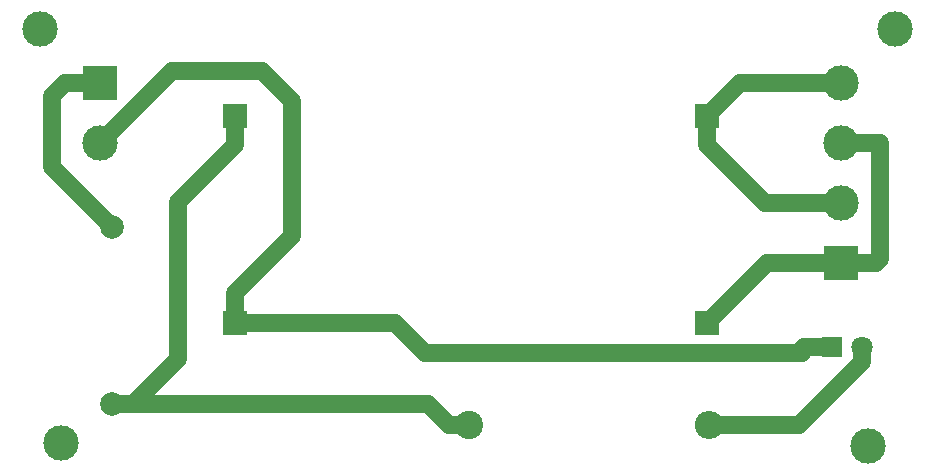
<source format=gbr>
G04 #@! TF.GenerationSoftware,KiCad,Pcbnew,(5.1.2)-2*
G04 #@! TF.CreationDate,2020-09-10T12:30:11+07:00*
G04 #@! TF.ProjectId,power,706f7765-722e-46b6-9963-61645f706362,rev?*
G04 #@! TF.SameCoordinates,Original*
G04 #@! TF.FileFunction,Copper,L2,Bot*
G04 #@! TF.FilePolarity,Positive*
%FSLAX46Y46*%
G04 Gerber Fmt 4.6, Leading zero omitted, Abs format (unit mm)*
G04 Created by KiCad (PCBNEW (5.1.2)-2) date 2020-09-10 12:30:11*
%MOMM*%
%LPD*%
G04 APERTURE LIST*
%ADD10R,1.800000X1.800000*%
%ADD11C,1.800000*%
%ADD12C,2.000000*%
%ADD13R,3.000000X3.000000*%
%ADD14C,3.000000*%
%ADD15R,2.000000X2.000000*%
%ADD16C,2.400000*%
%ADD17O,2.400000X2.400000*%
%ADD18C,1.500000*%
G04 APERTURE END LIST*
D10*
X158496000Y-74930000D03*
D11*
X161036000Y-74930000D03*
D12*
X97536000Y-79756000D03*
X97536000Y-64756000D03*
D13*
X96520000Y-52578000D03*
D14*
X96520000Y-57658000D03*
D15*
X107950000Y-55372000D03*
X107950000Y-72872000D03*
X147950000Y-55372000D03*
X147950000Y-72872000D03*
D14*
X159258000Y-62738000D03*
X159258000Y-57658000D03*
D13*
X159258000Y-67818000D03*
D14*
X159258000Y-52578000D03*
D16*
X127762000Y-81534000D03*
D17*
X148082000Y-81534000D03*
D14*
X91440000Y-48006000D03*
X93218000Y-83058000D03*
X163830000Y-48006000D03*
X161544000Y-83312000D03*
D18*
X107950000Y-70372000D02*
X107950000Y-72872000D01*
X112776000Y-65546000D02*
X107950000Y-70372000D01*
X112776000Y-54102000D02*
X112776000Y-65546000D01*
X110236000Y-51562000D02*
X112776000Y-54102000D01*
X102616000Y-51562000D02*
X110236000Y-51562000D01*
X96520000Y-57658000D02*
X102616000Y-51562000D01*
X121504176Y-72872000D02*
X124070176Y-75438000D01*
X107950000Y-72872000D02*
X121504176Y-72872000D01*
X124070176Y-75438000D02*
X155956000Y-75438000D01*
X156096000Y-74930000D02*
X158496000Y-74930000D01*
X155956000Y-75070000D02*
X156096000Y-74930000D01*
X155956000Y-75438000D02*
X155956000Y-75070000D01*
X149779056Y-81534000D02*
X148082000Y-81534000D01*
X155704792Y-81534000D02*
X149779056Y-81534000D01*
X161036000Y-76202792D02*
X155704792Y-81534000D01*
X161036000Y-74930000D02*
X161036000Y-76202792D01*
X107950000Y-57872000D02*
X103124000Y-62698000D01*
X107950000Y-55372000D02*
X107950000Y-57872000D01*
X103124000Y-62698000D02*
X103124000Y-75946000D01*
X99314000Y-79756000D02*
X97536000Y-79756000D01*
X103124000Y-75946000D02*
X99314000Y-79756000D01*
X124286944Y-79756000D02*
X99314000Y-79756000D01*
X126064944Y-81534000D02*
X124286944Y-79756000D01*
X127762000Y-81534000D02*
X126064944Y-81534000D01*
X93520000Y-52578000D02*
X92456000Y-53642000D01*
X96520000Y-52578000D02*
X93520000Y-52578000D01*
X92456000Y-59676000D02*
X97536000Y-64756000D01*
X92456000Y-53642000D02*
X92456000Y-59676000D01*
X150744000Y-52578000D02*
X147950000Y-55372000D01*
X159258000Y-52578000D02*
X150744000Y-52578000D01*
X147950000Y-57872000D02*
X152816000Y-62738000D01*
X147950000Y-55372000D02*
X147950000Y-57872000D01*
X152816000Y-62738000D02*
X159258000Y-62738000D01*
X153004000Y-67818000D02*
X147950000Y-72872000D01*
X159258000Y-67818000D02*
X153004000Y-67818000D01*
X159258000Y-57658000D02*
X162560000Y-57658000D01*
X162258000Y-67818000D02*
X159258000Y-67818000D01*
X162560000Y-67516000D02*
X162258000Y-67818000D01*
X162560000Y-57658000D02*
X162560000Y-67516000D01*
M02*

</source>
